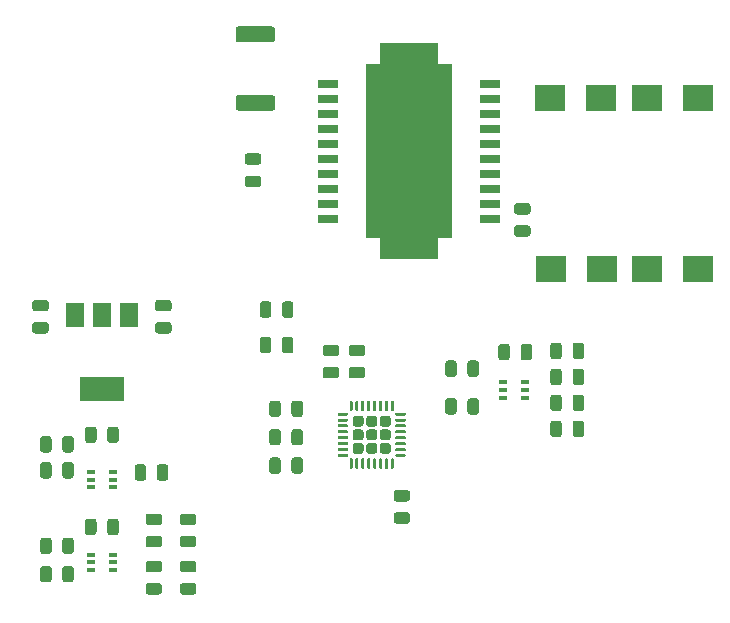
<source format=gbr>
%TF.GenerationSoftware,KiCad,Pcbnew,(5.1.6)-1*%
%TF.CreationDate,2021-10-22T00:30:08+09:00*%
%TF.ProjectId,Clutch_Ctrl_BD_Rev010,436c7574-6368-45f4-9374-726c5f42445f,rev?*%
%TF.SameCoordinates,PX5f5e100PY5f5e100*%
%TF.FileFunction,Paste,Top*%
%TF.FilePolarity,Positive*%
%FSLAX46Y46*%
G04 Gerber Fmt 4.6, Leading zero omitted, Abs format (unit mm)*
G04 Created by KiCad (PCBNEW (5.1.6)-1) date 2021-10-22 00:30:08*
%MOMM*%
%LPD*%
G01*
G04 APERTURE LIST*
%ADD10R,1.700000X0.700000*%
%ADD11R,7.400000X14.800000*%
%ADD12R,5.000000X2.000000*%
%ADD13R,0.650000X0.400000*%
%ADD14R,1.500000X2.000000*%
%ADD15R,3.800000X2.000000*%
%ADD16R,2.500000X2.300000*%
G04 APERTURE END LIST*
%TO.C,U2*%
G36*
G01*
X40535000Y14617500D02*
X40535000Y15082500D01*
G75*
G02*
X40767500Y15315000I232500J0D01*
G01*
X41232500Y15315000D01*
G75*
G02*
X41465000Y15082500I0J-232500D01*
G01*
X41465000Y14617500D01*
G75*
G02*
X41232500Y14385000I-232500J0D01*
G01*
X40767500Y14385000D01*
G75*
G02*
X40535000Y14617500I0J232500D01*
G01*
G37*
G36*
G01*
X40535000Y15767500D02*
X40535000Y16232500D01*
G75*
G02*
X40767500Y16465000I232500J0D01*
G01*
X41232500Y16465000D01*
G75*
G02*
X41465000Y16232500I0J-232500D01*
G01*
X41465000Y15767500D01*
G75*
G02*
X41232500Y15535000I-232500J0D01*
G01*
X40767500Y15535000D01*
G75*
G02*
X40535000Y15767500I0J232500D01*
G01*
G37*
G36*
G01*
X40535000Y16917500D02*
X40535000Y17382500D01*
G75*
G02*
X40767500Y17615000I232500J0D01*
G01*
X41232500Y17615000D01*
G75*
G02*
X41465000Y17382500I0J-232500D01*
G01*
X41465000Y16917500D01*
G75*
G02*
X41232500Y16685000I-232500J0D01*
G01*
X40767500Y16685000D01*
G75*
G02*
X40535000Y16917500I0J232500D01*
G01*
G37*
G36*
G01*
X39385000Y14617500D02*
X39385000Y15082500D01*
G75*
G02*
X39617500Y15315000I232500J0D01*
G01*
X40082500Y15315000D01*
G75*
G02*
X40315000Y15082500I0J-232500D01*
G01*
X40315000Y14617500D01*
G75*
G02*
X40082500Y14385000I-232500J0D01*
G01*
X39617500Y14385000D01*
G75*
G02*
X39385000Y14617500I0J232500D01*
G01*
G37*
G36*
G01*
X39385000Y15767500D02*
X39385000Y16232500D01*
G75*
G02*
X39617500Y16465000I232500J0D01*
G01*
X40082500Y16465000D01*
G75*
G02*
X40315000Y16232500I0J-232500D01*
G01*
X40315000Y15767500D01*
G75*
G02*
X40082500Y15535000I-232500J0D01*
G01*
X39617500Y15535000D01*
G75*
G02*
X39385000Y15767500I0J232500D01*
G01*
G37*
G36*
G01*
X39385000Y16917500D02*
X39385000Y17382500D01*
G75*
G02*
X39617500Y17615000I232500J0D01*
G01*
X40082500Y17615000D01*
G75*
G02*
X40315000Y17382500I0J-232500D01*
G01*
X40315000Y16917500D01*
G75*
G02*
X40082500Y16685000I-232500J0D01*
G01*
X39617500Y16685000D01*
G75*
G02*
X39385000Y16917500I0J232500D01*
G01*
G37*
G36*
G01*
X38235000Y14617500D02*
X38235000Y15082500D01*
G75*
G02*
X38467500Y15315000I232500J0D01*
G01*
X38932500Y15315000D01*
G75*
G02*
X39165000Y15082500I0J-232500D01*
G01*
X39165000Y14617500D01*
G75*
G02*
X38932500Y14385000I-232500J0D01*
G01*
X38467500Y14385000D01*
G75*
G02*
X38235000Y14617500I0J232500D01*
G01*
G37*
G36*
G01*
X38235000Y15767500D02*
X38235000Y16232500D01*
G75*
G02*
X38467500Y16465000I232500J0D01*
G01*
X38932500Y16465000D01*
G75*
G02*
X39165000Y16232500I0J-232500D01*
G01*
X39165000Y15767500D01*
G75*
G02*
X38932500Y15535000I-232500J0D01*
G01*
X38467500Y15535000D01*
G75*
G02*
X38235000Y15767500I0J232500D01*
G01*
G37*
G36*
G01*
X38235000Y16917500D02*
X38235000Y17382500D01*
G75*
G02*
X38467500Y17615000I232500J0D01*
G01*
X38932500Y17615000D01*
G75*
G02*
X39165000Y17382500I0J-232500D01*
G01*
X39165000Y16917500D01*
G75*
G02*
X38932500Y16685000I-232500J0D01*
G01*
X38467500Y16685000D01*
G75*
G02*
X38235000Y16917500I0J232500D01*
G01*
G37*
G36*
G01*
X37975000Y18062500D02*
X37975000Y18812500D01*
G75*
G02*
X38037500Y18875000I62500J0D01*
G01*
X38162500Y18875000D01*
G75*
G02*
X38225000Y18812500I0J-62500D01*
G01*
X38225000Y18062500D01*
G75*
G02*
X38162500Y18000000I-62500J0D01*
G01*
X38037500Y18000000D01*
G75*
G02*
X37975000Y18062500I0J62500D01*
G01*
G37*
G36*
G01*
X38475000Y18062500D02*
X38475000Y18812500D01*
G75*
G02*
X38537500Y18875000I62500J0D01*
G01*
X38662500Y18875000D01*
G75*
G02*
X38725000Y18812500I0J-62500D01*
G01*
X38725000Y18062500D01*
G75*
G02*
X38662500Y18000000I-62500J0D01*
G01*
X38537500Y18000000D01*
G75*
G02*
X38475000Y18062500I0J62500D01*
G01*
G37*
G36*
G01*
X38975000Y18062500D02*
X38975000Y18812500D01*
G75*
G02*
X39037500Y18875000I62500J0D01*
G01*
X39162500Y18875000D01*
G75*
G02*
X39225000Y18812500I0J-62500D01*
G01*
X39225000Y18062500D01*
G75*
G02*
X39162500Y18000000I-62500J0D01*
G01*
X39037500Y18000000D01*
G75*
G02*
X38975000Y18062500I0J62500D01*
G01*
G37*
G36*
G01*
X39475000Y18062500D02*
X39475000Y18812500D01*
G75*
G02*
X39537500Y18875000I62500J0D01*
G01*
X39662500Y18875000D01*
G75*
G02*
X39725000Y18812500I0J-62500D01*
G01*
X39725000Y18062500D01*
G75*
G02*
X39662500Y18000000I-62500J0D01*
G01*
X39537500Y18000000D01*
G75*
G02*
X39475000Y18062500I0J62500D01*
G01*
G37*
G36*
G01*
X39975000Y18062500D02*
X39975000Y18812500D01*
G75*
G02*
X40037500Y18875000I62500J0D01*
G01*
X40162500Y18875000D01*
G75*
G02*
X40225000Y18812500I0J-62500D01*
G01*
X40225000Y18062500D01*
G75*
G02*
X40162500Y18000000I-62500J0D01*
G01*
X40037500Y18000000D01*
G75*
G02*
X39975000Y18062500I0J62500D01*
G01*
G37*
G36*
G01*
X40475000Y18062500D02*
X40475000Y18812500D01*
G75*
G02*
X40537500Y18875000I62500J0D01*
G01*
X40662500Y18875000D01*
G75*
G02*
X40725000Y18812500I0J-62500D01*
G01*
X40725000Y18062500D01*
G75*
G02*
X40662500Y18000000I-62500J0D01*
G01*
X40537500Y18000000D01*
G75*
G02*
X40475000Y18062500I0J62500D01*
G01*
G37*
G36*
G01*
X40975000Y18062500D02*
X40975000Y18812500D01*
G75*
G02*
X41037500Y18875000I62500J0D01*
G01*
X41162500Y18875000D01*
G75*
G02*
X41225000Y18812500I0J-62500D01*
G01*
X41225000Y18062500D01*
G75*
G02*
X41162500Y18000000I-62500J0D01*
G01*
X41037500Y18000000D01*
G75*
G02*
X40975000Y18062500I0J62500D01*
G01*
G37*
G36*
G01*
X41475000Y18062500D02*
X41475000Y18812500D01*
G75*
G02*
X41537500Y18875000I62500J0D01*
G01*
X41662500Y18875000D01*
G75*
G02*
X41725000Y18812500I0J-62500D01*
G01*
X41725000Y18062500D01*
G75*
G02*
X41662500Y18000000I-62500J0D01*
G01*
X41537500Y18000000D01*
G75*
G02*
X41475000Y18062500I0J62500D01*
G01*
G37*
G36*
G01*
X41850000Y17687500D02*
X41850000Y17812500D01*
G75*
G02*
X41912500Y17875000I62500J0D01*
G01*
X42662500Y17875000D01*
G75*
G02*
X42725000Y17812500I0J-62500D01*
G01*
X42725000Y17687500D01*
G75*
G02*
X42662500Y17625000I-62500J0D01*
G01*
X41912500Y17625000D01*
G75*
G02*
X41850000Y17687500I0J62500D01*
G01*
G37*
G36*
G01*
X41850000Y17187500D02*
X41850000Y17312500D01*
G75*
G02*
X41912500Y17375000I62500J0D01*
G01*
X42662500Y17375000D01*
G75*
G02*
X42725000Y17312500I0J-62500D01*
G01*
X42725000Y17187500D01*
G75*
G02*
X42662500Y17125000I-62500J0D01*
G01*
X41912500Y17125000D01*
G75*
G02*
X41850000Y17187500I0J62500D01*
G01*
G37*
G36*
G01*
X41850000Y16687500D02*
X41850000Y16812500D01*
G75*
G02*
X41912500Y16875000I62500J0D01*
G01*
X42662500Y16875000D01*
G75*
G02*
X42725000Y16812500I0J-62500D01*
G01*
X42725000Y16687500D01*
G75*
G02*
X42662500Y16625000I-62500J0D01*
G01*
X41912500Y16625000D01*
G75*
G02*
X41850000Y16687500I0J62500D01*
G01*
G37*
G36*
G01*
X41850000Y16187500D02*
X41850000Y16312500D01*
G75*
G02*
X41912500Y16375000I62500J0D01*
G01*
X42662500Y16375000D01*
G75*
G02*
X42725000Y16312500I0J-62500D01*
G01*
X42725000Y16187500D01*
G75*
G02*
X42662500Y16125000I-62500J0D01*
G01*
X41912500Y16125000D01*
G75*
G02*
X41850000Y16187500I0J62500D01*
G01*
G37*
G36*
G01*
X41850000Y15687500D02*
X41850000Y15812500D01*
G75*
G02*
X41912500Y15875000I62500J0D01*
G01*
X42662500Y15875000D01*
G75*
G02*
X42725000Y15812500I0J-62500D01*
G01*
X42725000Y15687500D01*
G75*
G02*
X42662500Y15625000I-62500J0D01*
G01*
X41912500Y15625000D01*
G75*
G02*
X41850000Y15687500I0J62500D01*
G01*
G37*
G36*
G01*
X41850000Y15187500D02*
X41850000Y15312500D01*
G75*
G02*
X41912500Y15375000I62500J0D01*
G01*
X42662500Y15375000D01*
G75*
G02*
X42725000Y15312500I0J-62500D01*
G01*
X42725000Y15187500D01*
G75*
G02*
X42662500Y15125000I-62500J0D01*
G01*
X41912500Y15125000D01*
G75*
G02*
X41850000Y15187500I0J62500D01*
G01*
G37*
G36*
G01*
X41850000Y14687500D02*
X41850000Y14812500D01*
G75*
G02*
X41912500Y14875000I62500J0D01*
G01*
X42662500Y14875000D01*
G75*
G02*
X42725000Y14812500I0J-62500D01*
G01*
X42725000Y14687500D01*
G75*
G02*
X42662500Y14625000I-62500J0D01*
G01*
X41912500Y14625000D01*
G75*
G02*
X41850000Y14687500I0J62500D01*
G01*
G37*
G36*
G01*
X41850000Y14187500D02*
X41850000Y14312500D01*
G75*
G02*
X41912500Y14375000I62500J0D01*
G01*
X42662500Y14375000D01*
G75*
G02*
X42725000Y14312500I0J-62500D01*
G01*
X42725000Y14187500D01*
G75*
G02*
X42662500Y14125000I-62500J0D01*
G01*
X41912500Y14125000D01*
G75*
G02*
X41850000Y14187500I0J62500D01*
G01*
G37*
G36*
G01*
X41475000Y13187500D02*
X41475000Y13937500D01*
G75*
G02*
X41537500Y14000000I62500J0D01*
G01*
X41662500Y14000000D01*
G75*
G02*
X41725000Y13937500I0J-62500D01*
G01*
X41725000Y13187500D01*
G75*
G02*
X41662500Y13125000I-62500J0D01*
G01*
X41537500Y13125000D01*
G75*
G02*
X41475000Y13187500I0J62500D01*
G01*
G37*
G36*
G01*
X40975000Y13187500D02*
X40975000Y13937500D01*
G75*
G02*
X41037500Y14000000I62500J0D01*
G01*
X41162500Y14000000D01*
G75*
G02*
X41225000Y13937500I0J-62500D01*
G01*
X41225000Y13187500D01*
G75*
G02*
X41162500Y13125000I-62500J0D01*
G01*
X41037500Y13125000D01*
G75*
G02*
X40975000Y13187500I0J62500D01*
G01*
G37*
G36*
G01*
X40475000Y13187500D02*
X40475000Y13937500D01*
G75*
G02*
X40537500Y14000000I62500J0D01*
G01*
X40662500Y14000000D01*
G75*
G02*
X40725000Y13937500I0J-62500D01*
G01*
X40725000Y13187500D01*
G75*
G02*
X40662500Y13125000I-62500J0D01*
G01*
X40537500Y13125000D01*
G75*
G02*
X40475000Y13187500I0J62500D01*
G01*
G37*
G36*
G01*
X39975000Y13187500D02*
X39975000Y13937500D01*
G75*
G02*
X40037500Y14000000I62500J0D01*
G01*
X40162500Y14000000D01*
G75*
G02*
X40225000Y13937500I0J-62500D01*
G01*
X40225000Y13187500D01*
G75*
G02*
X40162500Y13125000I-62500J0D01*
G01*
X40037500Y13125000D01*
G75*
G02*
X39975000Y13187500I0J62500D01*
G01*
G37*
G36*
G01*
X39475000Y13187500D02*
X39475000Y13937500D01*
G75*
G02*
X39537500Y14000000I62500J0D01*
G01*
X39662500Y14000000D01*
G75*
G02*
X39725000Y13937500I0J-62500D01*
G01*
X39725000Y13187500D01*
G75*
G02*
X39662500Y13125000I-62500J0D01*
G01*
X39537500Y13125000D01*
G75*
G02*
X39475000Y13187500I0J62500D01*
G01*
G37*
G36*
G01*
X38975000Y13187500D02*
X38975000Y13937500D01*
G75*
G02*
X39037500Y14000000I62500J0D01*
G01*
X39162500Y14000000D01*
G75*
G02*
X39225000Y13937500I0J-62500D01*
G01*
X39225000Y13187500D01*
G75*
G02*
X39162500Y13125000I-62500J0D01*
G01*
X39037500Y13125000D01*
G75*
G02*
X38975000Y13187500I0J62500D01*
G01*
G37*
G36*
G01*
X38475000Y13187500D02*
X38475000Y13937500D01*
G75*
G02*
X38537500Y14000000I62500J0D01*
G01*
X38662500Y14000000D01*
G75*
G02*
X38725000Y13937500I0J-62500D01*
G01*
X38725000Y13187500D01*
G75*
G02*
X38662500Y13125000I-62500J0D01*
G01*
X38537500Y13125000D01*
G75*
G02*
X38475000Y13187500I0J62500D01*
G01*
G37*
G36*
G01*
X37975000Y13187500D02*
X37975000Y13937500D01*
G75*
G02*
X38037500Y14000000I62500J0D01*
G01*
X38162500Y14000000D01*
G75*
G02*
X38225000Y13937500I0J-62500D01*
G01*
X38225000Y13187500D01*
G75*
G02*
X38162500Y13125000I-62500J0D01*
G01*
X38037500Y13125000D01*
G75*
G02*
X37975000Y13187500I0J62500D01*
G01*
G37*
G36*
G01*
X36975000Y14187500D02*
X36975000Y14312500D01*
G75*
G02*
X37037500Y14375000I62500J0D01*
G01*
X37787500Y14375000D01*
G75*
G02*
X37850000Y14312500I0J-62500D01*
G01*
X37850000Y14187500D01*
G75*
G02*
X37787500Y14125000I-62500J0D01*
G01*
X37037500Y14125000D01*
G75*
G02*
X36975000Y14187500I0J62500D01*
G01*
G37*
G36*
G01*
X36975000Y14687500D02*
X36975000Y14812500D01*
G75*
G02*
X37037500Y14875000I62500J0D01*
G01*
X37787500Y14875000D01*
G75*
G02*
X37850000Y14812500I0J-62500D01*
G01*
X37850000Y14687500D01*
G75*
G02*
X37787500Y14625000I-62500J0D01*
G01*
X37037500Y14625000D01*
G75*
G02*
X36975000Y14687500I0J62500D01*
G01*
G37*
G36*
G01*
X36975000Y15187500D02*
X36975000Y15312500D01*
G75*
G02*
X37037500Y15375000I62500J0D01*
G01*
X37787500Y15375000D01*
G75*
G02*
X37850000Y15312500I0J-62500D01*
G01*
X37850000Y15187500D01*
G75*
G02*
X37787500Y15125000I-62500J0D01*
G01*
X37037500Y15125000D01*
G75*
G02*
X36975000Y15187500I0J62500D01*
G01*
G37*
G36*
G01*
X36975000Y15687500D02*
X36975000Y15812500D01*
G75*
G02*
X37037500Y15875000I62500J0D01*
G01*
X37787500Y15875000D01*
G75*
G02*
X37850000Y15812500I0J-62500D01*
G01*
X37850000Y15687500D01*
G75*
G02*
X37787500Y15625000I-62500J0D01*
G01*
X37037500Y15625000D01*
G75*
G02*
X36975000Y15687500I0J62500D01*
G01*
G37*
G36*
G01*
X36975000Y16187500D02*
X36975000Y16312500D01*
G75*
G02*
X37037500Y16375000I62500J0D01*
G01*
X37787500Y16375000D01*
G75*
G02*
X37850000Y16312500I0J-62500D01*
G01*
X37850000Y16187500D01*
G75*
G02*
X37787500Y16125000I-62500J0D01*
G01*
X37037500Y16125000D01*
G75*
G02*
X36975000Y16187500I0J62500D01*
G01*
G37*
G36*
G01*
X36975000Y16687500D02*
X36975000Y16812500D01*
G75*
G02*
X37037500Y16875000I62500J0D01*
G01*
X37787500Y16875000D01*
G75*
G02*
X37850000Y16812500I0J-62500D01*
G01*
X37850000Y16687500D01*
G75*
G02*
X37787500Y16625000I-62500J0D01*
G01*
X37037500Y16625000D01*
G75*
G02*
X36975000Y16687500I0J62500D01*
G01*
G37*
G36*
G01*
X36975000Y17187500D02*
X36975000Y17312500D01*
G75*
G02*
X37037500Y17375000I62500J0D01*
G01*
X37787500Y17375000D01*
G75*
G02*
X37850000Y17312500I0J-62500D01*
G01*
X37850000Y17187500D01*
G75*
G02*
X37787500Y17125000I-62500J0D01*
G01*
X37037500Y17125000D01*
G75*
G02*
X36975000Y17187500I0J62500D01*
G01*
G37*
G36*
G01*
X36975000Y17687500D02*
X36975000Y17812500D01*
G75*
G02*
X37037500Y17875000I62500J0D01*
G01*
X37787500Y17875000D01*
G75*
G02*
X37850000Y17812500I0J-62500D01*
G01*
X37850000Y17687500D01*
G75*
G02*
X37787500Y17625000I-62500J0D01*
G01*
X37037500Y17625000D01*
G75*
G02*
X36975000Y17687500I0J62500D01*
G01*
G37*
%TD*%
%TO.C,C17*%
G36*
G01*
X32150000Y13856250D02*
X32150000Y12943750D01*
G75*
G02*
X31906250Y12700000I-243750J0D01*
G01*
X31418750Y12700000D01*
G75*
G02*
X31175000Y12943750I0J243750D01*
G01*
X31175000Y13856250D01*
G75*
G02*
X31418750Y14100000I243750J0D01*
G01*
X31906250Y14100000D01*
G75*
G02*
X32150000Y13856250I0J-243750D01*
G01*
G37*
G36*
G01*
X34025000Y13856250D02*
X34025000Y12943750D01*
G75*
G02*
X33781250Y12700000I-243750J0D01*
G01*
X33293750Y12700000D01*
G75*
G02*
X33050000Y12943750I0J243750D01*
G01*
X33050000Y13856250D01*
G75*
G02*
X33293750Y14100000I243750J0D01*
G01*
X33781250Y14100000D01*
G75*
G02*
X34025000Y13856250I0J-243750D01*
G01*
G37*
%TD*%
D10*
%TO.C,U3*%
X36150000Y45715000D03*
D11*
X43000000Y40000000D03*
D10*
X36150000Y44445000D03*
X36150000Y43175000D03*
X36150000Y41905000D03*
X36150000Y40635000D03*
X36150000Y39365000D03*
X36150000Y38095000D03*
X36150000Y36825000D03*
X36150000Y35555000D03*
X36150000Y34285000D03*
X49850000Y34285000D03*
X49850000Y35555000D03*
X49850000Y36825000D03*
X49850000Y38095000D03*
X49850000Y39365000D03*
X49850000Y40635000D03*
X49850000Y41905000D03*
X49850000Y43175000D03*
X49850000Y44445000D03*
X49850000Y45715000D03*
D12*
X43000000Y48125000D03*
X43000000Y31875000D03*
%TD*%
D13*
%TO.C,U6*%
X17950000Y12850000D03*
X17950000Y11550000D03*
X16050000Y12200000D03*
X17950000Y12200000D03*
X16050000Y11550000D03*
X16050000Y12850000D03*
%TD*%
%TO.C,U5*%
X16050000Y4550000D03*
X16050000Y5850000D03*
X17950000Y5200000D03*
X16050000Y5200000D03*
X17950000Y5850000D03*
X17950000Y4550000D03*
%TD*%
%TO.C,U4*%
X50950000Y19150000D03*
X50950000Y20450000D03*
X52850000Y19800000D03*
X50950000Y19800000D03*
X52850000Y20450000D03*
X52850000Y19150000D03*
%TD*%
D14*
%TO.C,U1*%
X19300000Y26150000D03*
X14700000Y26150000D03*
X17000000Y26150000D03*
D15*
X17000000Y19850000D03*
%TD*%
%TO.C,R17*%
G36*
G01*
X20750000Y13256250D02*
X20750000Y12343750D01*
G75*
G02*
X20506250Y12100000I-243750J0D01*
G01*
X20018750Y12100000D01*
G75*
G02*
X19775000Y12343750I0J243750D01*
G01*
X19775000Y13256250D01*
G75*
G02*
X20018750Y13500000I243750J0D01*
G01*
X20506250Y13500000D01*
G75*
G02*
X20750000Y13256250I0J-243750D01*
G01*
G37*
G36*
G01*
X22625000Y13256250D02*
X22625000Y12343750D01*
G75*
G02*
X22381250Y12100000I-243750J0D01*
G01*
X21893750Y12100000D01*
G75*
G02*
X21650000Y12343750I0J243750D01*
G01*
X21650000Y13256250D01*
G75*
G02*
X21893750Y13500000I243750J0D01*
G01*
X22381250Y13500000D01*
G75*
G02*
X22625000Y13256250I0J-243750D01*
G01*
G37*
%TD*%
%TO.C,R16*%
G36*
G01*
X13650000Y14743750D02*
X13650000Y15656250D01*
G75*
G02*
X13893750Y15900000I243750J0D01*
G01*
X14381250Y15900000D01*
G75*
G02*
X14625000Y15656250I0J-243750D01*
G01*
X14625000Y14743750D01*
G75*
G02*
X14381250Y14500000I-243750J0D01*
G01*
X13893750Y14500000D01*
G75*
G02*
X13650000Y14743750I0J243750D01*
G01*
G37*
G36*
G01*
X11775000Y14743750D02*
X11775000Y15656250D01*
G75*
G02*
X12018750Y15900000I243750J0D01*
G01*
X12506250Y15900000D01*
G75*
G02*
X12750000Y15656250I0J-243750D01*
G01*
X12750000Y14743750D01*
G75*
G02*
X12506250Y14500000I-243750J0D01*
G01*
X12018750Y14500000D01*
G75*
G02*
X11775000Y14743750I0J243750D01*
G01*
G37*
%TD*%
%TO.C,R15*%
G36*
G01*
X13650000Y3743750D02*
X13650000Y4656250D01*
G75*
G02*
X13893750Y4900000I243750J0D01*
G01*
X14381250Y4900000D01*
G75*
G02*
X14625000Y4656250I0J-243750D01*
G01*
X14625000Y3743750D01*
G75*
G02*
X14381250Y3500000I-243750J0D01*
G01*
X13893750Y3500000D01*
G75*
G02*
X13650000Y3743750I0J243750D01*
G01*
G37*
G36*
G01*
X11775000Y3743750D02*
X11775000Y4656250D01*
G75*
G02*
X12018750Y4900000I243750J0D01*
G01*
X12506250Y4900000D01*
G75*
G02*
X12750000Y4656250I0J-243750D01*
G01*
X12750000Y3743750D01*
G75*
G02*
X12506250Y3500000I-243750J0D01*
G01*
X12018750Y3500000D01*
G75*
G02*
X11775000Y3743750I0J243750D01*
G01*
G37*
%TD*%
%TO.C,R14*%
G36*
G01*
X13650000Y6143750D02*
X13650000Y7056250D01*
G75*
G02*
X13893750Y7300000I243750J0D01*
G01*
X14381250Y7300000D01*
G75*
G02*
X14625000Y7056250I0J-243750D01*
G01*
X14625000Y6143750D01*
G75*
G02*
X14381250Y5900000I-243750J0D01*
G01*
X13893750Y5900000D01*
G75*
G02*
X13650000Y6143750I0J243750D01*
G01*
G37*
G36*
G01*
X11775000Y6143750D02*
X11775000Y7056250D01*
G75*
G02*
X12018750Y7300000I243750J0D01*
G01*
X12506250Y7300000D01*
G75*
G02*
X12750000Y7056250I0J-243750D01*
G01*
X12750000Y6143750D01*
G75*
G02*
X12506250Y5900000I-243750J0D01*
G01*
X12018750Y5900000D01*
G75*
G02*
X11775000Y6143750I0J243750D01*
G01*
G37*
%TD*%
%TO.C,R13*%
G36*
G01*
X55950000Y16956250D02*
X55950000Y16043750D01*
G75*
G02*
X55706250Y15800000I-243750J0D01*
G01*
X55218750Y15800000D01*
G75*
G02*
X54975000Y16043750I0J243750D01*
G01*
X54975000Y16956250D01*
G75*
G02*
X55218750Y17200000I243750J0D01*
G01*
X55706250Y17200000D01*
G75*
G02*
X55950000Y16956250I0J-243750D01*
G01*
G37*
G36*
G01*
X57825000Y16956250D02*
X57825000Y16043750D01*
G75*
G02*
X57581250Y15800000I-243750J0D01*
G01*
X57093750Y15800000D01*
G75*
G02*
X56850000Y16043750I0J243750D01*
G01*
X56850000Y16956250D01*
G75*
G02*
X57093750Y17200000I243750J0D01*
G01*
X57581250Y17200000D01*
G75*
G02*
X57825000Y16956250I0J-243750D01*
G01*
G37*
%TD*%
%TO.C,R12*%
G36*
G01*
X55950000Y21356250D02*
X55950000Y20443750D01*
G75*
G02*
X55706250Y20200000I-243750J0D01*
G01*
X55218750Y20200000D01*
G75*
G02*
X54975000Y20443750I0J243750D01*
G01*
X54975000Y21356250D01*
G75*
G02*
X55218750Y21600000I243750J0D01*
G01*
X55706250Y21600000D01*
G75*
G02*
X55950000Y21356250I0J-243750D01*
G01*
G37*
G36*
G01*
X57825000Y21356250D02*
X57825000Y20443750D01*
G75*
G02*
X57581250Y20200000I-243750J0D01*
G01*
X57093750Y20200000D01*
G75*
G02*
X56850000Y20443750I0J243750D01*
G01*
X56850000Y21356250D01*
G75*
G02*
X57093750Y21600000I243750J0D01*
G01*
X57581250Y21600000D01*
G75*
G02*
X57825000Y21356250I0J-243750D01*
G01*
G37*
%TD*%
%TO.C,R11*%
G36*
G01*
X47950000Y21143750D02*
X47950000Y22056250D01*
G75*
G02*
X48193750Y22300000I243750J0D01*
G01*
X48681250Y22300000D01*
G75*
G02*
X48925000Y22056250I0J-243750D01*
G01*
X48925000Y21143750D01*
G75*
G02*
X48681250Y20900000I-243750J0D01*
G01*
X48193750Y20900000D01*
G75*
G02*
X47950000Y21143750I0J243750D01*
G01*
G37*
G36*
G01*
X46075000Y21143750D02*
X46075000Y22056250D01*
G75*
G02*
X46318750Y22300000I243750J0D01*
G01*
X46806250Y22300000D01*
G75*
G02*
X47050000Y22056250I0J-243750D01*
G01*
X47050000Y21143750D01*
G75*
G02*
X46806250Y20900000I-243750J0D01*
G01*
X46318750Y20900000D01*
G75*
G02*
X46075000Y21143750I0J243750D01*
G01*
G37*
%TD*%
%TO.C,R10*%
G36*
G01*
X47950000Y17943750D02*
X47950000Y18856250D01*
G75*
G02*
X48193750Y19100000I243750J0D01*
G01*
X48681250Y19100000D01*
G75*
G02*
X48925000Y18856250I0J-243750D01*
G01*
X48925000Y17943750D01*
G75*
G02*
X48681250Y17700000I-243750J0D01*
G01*
X48193750Y17700000D01*
G75*
G02*
X47950000Y17943750I0J243750D01*
G01*
G37*
G36*
G01*
X46075000Y17943750D02*
X46075000Y18856250D01*
G75*
G02*
X46318750Y19100000I243750J0D01*
G01*
X46806250Y19100000D01*
G75*
G02*
X47050000Y18856250I0J-243750D01*
G01*
X47050000Y17943750D01*
G75*
G02*
X46806250Y17700000I-243750J0D01*
G01*
X46318750Y17700000D01*
G75*
G02*
X46075000Y17943750I0J243750D01*
G01*
G37*
%TD*%
%TO.C,R9*%
G36*
G01*
X31425001Y49225000D02*
X28574999Y49225000D01*
G75*
G02*
X28325000Y49474999I0J249999D01*
G01*
X28325000Y50325001D01*
G75*
G02*
X28574999Y50575000I249999J0D01*
G01*
X31425001Y50575000D01*
G75*
G02*
X31675000Y50325001I0J-249999D01*
G01*
X31675000Y49474999D01*
G75*
G02*
X31425001Y49225000I-249999J0D01*
G01*
G37*
G36*
G01*
X31425001Y43425000D02*
X28574999Y43425000D01*
G75*
G02*
X28325000Y43674999I0J249999D01*
G01*
X28325000Y44525001D01*
G75*
G02*
X28574999Y44775000I249999J0D01*
G01*
X31425001Y44775000D01*
G75*
G02*
X31675000Y44525001I0J-249999D01*
G01*
X31675000Y43674999D01*
G75*
G02*
X31425001Y43425000I-249999J0D01*
G01*
G37*
%TD*%
%TO.C,R8*%
G36*
G01*
X31350000Y27056250D02*
X31350000Y26143750D01*
G75*
G02*
X31106250Y25900000I-243750J0D01*
G01*
X30618750Y25900000D01*
G75*
G02*
X30375000Y26143750I0J243750D01*
G01*
X30375000Y27056250D01*
G75*
G02*
X30618750Y27300000I243750J0D01*
G01*
X31106250Y27300000D01*
G75*
G02*
X31350000Y27056250I0J-243750D01*
G01*
G37*
G36*
G01*
X33225000Y27056250D02*
X33225000Y26143750D01*
G75*
G02*
X32981250Y25900000I-243750J0D01*
G01*
X32493750Y25900000D01*
G75*
G02*
X32250000Y26143750I0J243750D01*
G01*
X32250000Y27056250D01*
G75*
G02*
X32493750Y27300000I243750J0D01*
G01*
X32981250Y27300000D01*
G75*
G02*
X33225000Y27056250I0J-243750D01*
G01*
G37*
%TD*%
%TO.C,R4*%
G36*
G01*
X39056250Y22650000D02*
X38143750Y22650000D01*
G75*
G02*
X37900000Y22893750I0J243750D01*
G01*
X37900000Y23381250D01*
G75*
G02*
X38143750Y23625000I243750J0D01*
G01*
X39056250Y23625000D01*
G75*
G02*
X39300000Y23381250I0J-243750D01*
G01*
X39300000Y22893750D01*
G75*
G02*
X39056250Y22650000I-243750J0D01*
G01*
G37*
G36*
G01*
X39056250Y20775000D02*
X38143750Y20775000D01*
G75*
G02*
X37900000Y21018750I0J243750D01*
G01*
X37900000Y21506250D01*
G75*
G02*
X38143750Y21750000I243750J0D01*
G01*
X39056250Y21750000D01*
G75*
G02*
X39300000Y21506250I0J-243750D01*
G01*
X39300000Y21018750D01*
G75*
G02*
X39056250Y20775000I-243750J0D01*
G01*
G37*
%TD*%
%TO.C,R3*%
G36*
G01*
X32150000Y18656250D02*
X32150000Y17743750D01*
G75*
G02*
X31906250Y17500000I-243750J0D01*
G01*
X31418750Y17500000D01*
G75*
G02*
X31175000Y17743750I0J243750D01*
G01*
X31175000Y18656250D01*
G75*
G02*
X31418750Y18900000I243750J0D01*
G01*
X31906250Y18900000D01*
G75*
G02*
X32150000Y18656250I0J-243750D01*
G01*
G37*
G36*
G01*
X34025000Y18656250D02*
X34025000Y17743750D01*
G75*
G02*
X33781250Y17500000I-243750J0D01*
G01*
X33293750Y17500000D01*
G75*
G02*
X33050000Y17743750I0J243750D01*
G01*
X33050000Y18656250D01*
G75*
G02*
X33293750Y18900000I243750J0D01*
G01*
X33781250Y18900000D01*
G75*
G02*
X34025000Y18656250I0J-243750D01*
G01*
G37*
%TD*%
%TO.C,R2*%
G36*
G01*
X20943750Y7450000D02*
X21856250Y7450000D01*
G75*
G02*
X22100000Y7206250I0J-243750D01*
G01*
X22100000Y6718750D01*
G75*
G02*
X21856250Y6475000I-243750J0D01*
G01*
X20943750Y6475000D01*
G75*
G02*
X20700000Y6718750I0J243750D01*
G01*
X20700000Y7206250D01*
G75*
G02*
X20943750Y7450000I243750J0D01*
G01*
G37*
G36*
G01*
X20943750Y9325000D02*
X21856250Y9325000D01*
G75*
G02*
X22100000Y9081250I0J-243750D01*
G01*
X22100000Y8593750D01*
G75*
G02*
X21856250Y8350000I-243750J0D01*
G01*
X20943750Y8350000D01*
G75*
G02*
X20700000Y8593750I0J243750D01*
G01*
X20700000Y9081250D01*
G75*
G02*
X20943750Y9325000I243750J0D01*
G01*
G37*
%TD*%
%TO.C,R1*%
G36*
G01*
X23843750Y7450000D02*
X24756250Y7450000D01*
G75*
G02*
X25000000Y7206250I0J-243750D01*
G01*
X25000000Y6718750D01*
G75*
G02*
X24756250Y6475000I-243750J0D01*
G01*
X23843750Y6475000D01*
G75*
G02*
X23600000Y6718750I0J243750D01*
G01*
X23600000Y7206250D01*
G75*
G02*
X23843750Y7450000I243750J0D01*
G01*
G37*
G36*
G01*
X23843750Y9325000D02*
X24756250Y9325000D01*
G75*
G02*
X25000000Y9081250I0J-243750D01*
G01*
X25000000Y8593750D01*
G75*
G02*
X24756250Y8350000I-243750J0D01*
G01*
X23843750Y8350000D01*
G75*
G02*
X23600000Y8593750I0J243750D01*
G01*
X23600000Y9081250D01*
G75*
G02*
X23843750Y9325000I243750J0D01*
G01*
G37*
%TD*%
D16*
%TO.C,D6*%
X67450000Y30000000D03*
X63150000Y30000000D03*
%TD*%
%TO.C,D5*%
X59350000Y30000000D03*
X55050000Y30000000D03*
%TD*%
%TO.C,D4*%
X67450000Y44500000D03*
X63150000Y44500000D03*
%TD*%
%TO.C,D3*%
X59250000Y44500000D03*
X54950000Y44500000D03*
%TD*%
%TO.C,D2*%
G36*
G01*
X21856250Y4350000D02*
X20943750Y4350000D01*
G75*
G02*
X20700000Y4593750I0J243750D01*
G01*
X20700000Y5081250D01*
G75*
G02*
X20943750Y5325000I243750J0D01*
G01*
X21856250Y5325000D01*
G75*
G02*
X22100000Y5081250I0J-243750D01*
G01*
X22100000Y4593750D01*
G75*
G02*
X21856250Y4350000I-243750J0D01*
G01*
G37*
G36*
G01*
X21856250Y2475000D02*
X20943750Y2475000D01*
G75*
G02*
X20700000Y2718750I0J243750D01*
G01*
X20700000Y3206250D01*
G75*
G02*
X20943750Y3450000I243750J0D01*
G01*
X21856250Y3450000D01*
G75*
G02*
X22100000Y3206250I0J-243750D01*
G01*
X22100000Y2718750D01*
G75*
G02*
X21856250Y2475000I-243750J0D01*
G01*
G37*
%TD*%
%TO.C,D1*%
G36*
G01*
X24756250Y4350000D02*
X23843750Y4350000D01*
G75*
G02*
X23600000Y4593750I0J243750D01*
G01*
X23600000Y5081250D01*
G75*
G02*
X23843750Y5325000I243750J0D01*
G01*
X24756250Y5325000D01*
G75*
G02*
X25000000Y5081250I0J-243750D01*
G01*
X25000000Y4593750D01*
G75*
G02*
X24756250Y4350000I-243750J0D01*
G01*
G37*
G36*
G01*
X24756250Y2475000D02*
X23843750Y2475000D01*
G75*
G02*
X23600000Y2718750I0J243750D01*
G01*
X23600000Y3206250D01*
G75*
G02*
X23843750Y3450000I243750J0D01*
G01*
X24756250Y3450000D01*
G75*
G02*
X25000000Y3206250I0J-243750D01*
G01*
X25000000Y2718750D01*
G75*
G02*
X24756250Y2475000I-243750J0D01*
G01*
G37*
%TD*%
%TO.C,C16*%
G36*
G01*
X16550000Y16456250D02*
X16550000Y15543750D01*
G75*
G02*
X16306250Y15300000I-243750J0D01*
G01*
X15818750Y15300000D01*
G75*
G02*
X15575000Y15543750I0J243750D01*
G01*
X15575000Y16456250D01*
G75*
G02*
X15818750Y16700000I243750J0D01*
G01*
X16306250Y16700000D01*
G75*
G02*
X16550000Y16456250I0J-243750D01*
G01*
G37*
G36*
G01*
X18425000Y16456250D02*
X18425000Y15543750D01*
G75*
G02*
X18181250Y15300000I-243750J0D01*
G01*
X17693750Y15300000D01*
G75*
G02*
X17450000Y15543750I0J243750D01*
G01*
X17450000Y16456250D01*
G75*
G02*
X17693750Y16700000I243750J0D01*
G01*
X18181250Y16700000D01*
G75*
G02*
X18425000Y16456250I0J-243750D01*
G01*
G37*
%TD*%
%TO.C,C15*%
G36*
G01*
X12750000Y13456250D02*
X12750000Y12543750D01*
G75*
G02*
X12506250Y12300000I-243750J0D01*
G01*
X12018750Y12300000D01*
G75*
G02*
X11775000Y12543750I0J243750D01*
G01*
X11775000Y13456250D01*
G75*
G02*
X12018750Y13700000I243750J0D01*
G01*
X12506250Y13700000D01*
G75*
G02*
X12750000Y13456250I0J-243750D01*
G01*
G37*
G36*
G01*
X14625000Y13456250D02*
X14625000Y12543750D01*
G75*
G02*
X14381250Y12300000I-243750J0D01*
G01*
X13893750Y12300000D01*
G75*
G02*
X13650000Y12543750I0J243750D01*
G01*
X13650000Y13456250D01*
G75*
G02*
X13893750Y13700000I243750J0D01*
G01*
X14381250Y13700000D01*
G75*
G02*
X14625000Y13456250I0J-243750D01*
G01*
G37*
%TD*%
%TO.C,C14*%
G36*
G01*
X17450000Y7743750D02*
X17450000Y8656250D01*
G75*
G02*
X17693750Y8900000I243750J0D01*
G01*
X18181250Y8900000D01*
G75*
G02*
X18425000Y8656250I0J-243750D01*
G01*
X18425000Y7743750D01*
G75*
G02*
X18181250Y7500000I-243750J0D01*
G01*
X17693750Y7500000D01*
G75*
G02*
X17450000Y7743750I0J243750D01*
G01*
G37*
G36*
G01*
X15575000Y7743750D02*
X15575000Y8656250D01*
G75*
G02*
X15818750Y8900000I243750J0D01*
G01*
X16306250Y8900000D01*
G75*
G02*
X16550000Y8656250I0J-243750D01*
G01*
X16550000Y7743750D01*
G75*
G02*
X16306250Y7500000I-243750J0D01*
G01*
X15818750Y7500000D01*
G75*
G02*
X15575000Y7743750I0J243750D01*
G01*
G37*
%TD*%
%TO.C,C13*%
G36*
G01*
X52450000Y22543750D02*
X52450000Y23456250D01*
G75*
G02*
X52693750Y23700000I243750J0D01*
G01*
X53181250Y23700000D01*
G75*
G02*
X53425000Y23456250I0J-243750D01*
G01*
X53425000Y22543750D01*
G75*
G02*
X53181250Y22300000I-243750J0D01*
G01*
X52693750Y22300000D01*
G75*
G02*
X52450000Y22543750I0J243750D01*
G01*
G37*
G36*
G01*
X50575000Y22543750D02*
X50575000Y23456250D01*
G75*
G02*
X50818750Y23700000I243750J0D01*
G01*
X51306250Y23700000D01*
G75*
G02*
X51550000Y23456250I0J-243750D01*
G01*
X51550000Y22543750D01*
G75*
G02*
X51306250Y22300000I-243750J0D01*
G01*
X50818750Y22300000D01*
G75*
G02*
X50575000Y22543750I0J243750D01*
G01*
G37*
%TD*%
%TO.C,C12*%
G36*
G01*
X56850000Y18243750D02*
X56850000Y19156250D01*
G75*
G02*
X57093750Y19400000I243750J0D01*
G01*
X57581250Y19400000D01*
G75*
G02*
X57825000Y19156250I0J-243750D01*
G01*
X57825000Y18243750D01*
G75*
G02*
X57581250Y18000000I-243750J0D01*
G01*
X57093750Y18000000D01*
G75*
G02*
X56850000Y18243750I0J243750D01*
G01*
G37*
G36*
G01*
X54975000Y18243750D02*
X54975000Y19156250D01*
G75*
G02*
X55218750Y19400000I243750J0D01*
G01*
X55706250Y19400000D01*
G75*
G02*
X55950000Y19156250I0J-243750D01*
G01*
X55950000Y18243750D01*
G75*
G02*
X55706250Y18000000I-243750J0D01*
G01*
X55218750Y18000000D01*
G75*
G02*
X54975000Y18243750I0J243750D01*
G01*
G37*
%TD*%
%TO.C,C11*%
G36*
G01*
X56850000Y22643750D02*
X56850000Y23556250D01*
G75*
G02*
X57093750Y23800000I243750J0D01*
G01*
X57581250Y23800000D01*
G75*
G02*
X57825000Y23556250I0J-243750D01*
G01*
X57825000Y22643750D01*
G75*
G02*
X57581250Y22400000I-243750J0D01*
G01*
X57093750Y22400000D01*
G75*
G02*
X56850000Y22643750I0J243750D01*
G01*
G37*
G36*
G01*
X54975000Y22643750D02*
X54975000Y23556250D01*
G75*
G02*
X55218750Y23800000I243750J0D01*
G01*
X55706250Y23800000D01*
G75*
G02*
X55950000Y23556250I0J-243750D01*
G01*
X55950000Y22643750D01*
G75*
G02*
X55706250Y22400000I-243750J0D01*
G01*
X55218750Y22400000D01*
G75*
G02*
X54975000Y22643750I0J243750D01*
G01*
G37*
%TD*%
%TO.C,C8*%
G36*
G01*
X29343750Y37950000D02*
X30256250Y37950000D01*
G75*
G02*
X30500000Y37706250I0J-243750D01*
G01*
X30500000Y37218750D01*
G75*
G02*
X30256250Y36975000I-243750J0D01*
G01*
X29343750Y36975000D01*
G75*
G02*
X29100000Y37218750I0J243750D01*
G01*
X29100000Y37706250D01*
G75*
G02*
X29343750Y37950000I243750J0D01*
G01*
G37*
G36*
G01*
X29343750Y39825000D02*
X30256250Y39825000D01*
G75*
G02*
X30500000Y39581250I0J-243750D01*
G01*
X30500000Y39093750D01*
G75*
G02*
X30256250Y38850000I-243750J0D01*
G01*
X29343750Y38850000D01*
G75*
G02*
X29100000Y39093750I0J243750D01*
G01*
X29100000Y39581250D01*
G75*
G02*
X29343750Y39825000I243750J0D01*
G01*
G37*
%TD*%
%TO.C,C7*%
G36*
G01*
X52143750Y33750000D02*
X53056250Y33750000D01*
G75*
G02*
X53300000Y33506250I0J-243750D01*
G01*
X53300000Y33018750D01*
G75*
G02*
X53056250Y32775000I-243750J0D01*
G01*
X52143750Y32775000D01*
G75*
G02*
X51900000Y33018750I0J243750D01*
G01*
X51900000Y33506250D01*
G75*
G02*
X52143750Y33750000I243750J0D01*
G01*
G37*
G36*
G01*
X52143750Y35625000D02*
X53056250Y35625000D01*
G75*
G02*
X53300000Y35381250I0J-243750D01*
G01*
X53300000Y34893750D01*
G75*
G02*
X53056250Y34650000I-243750J0D01*
G01*
X52143750Y34650000D01*
G75*
G02*
X51900000Y34893750I0J243750D01*
G01*
X51900000Y35381250D01*
G75*
G02*
X52143750Y35625000I243750J0D01*
G01*
G37*
%TD*%
%TO.C,C6*%
G36*
G01*
X31350000Y24056250D02*
X31350000Y23143750D01*
G75*
G02*
X31106250Y22900000I-243750J0D01*
G01*
X30618750Y22900000D01*
G75*
G02*
X30375000Y23143750I0J243750D01*
G01*
X30375000Y24056250D01*
G75*
G02*
X30618750Y24300000I243750J0D01*
G01*
X31106250Y24300000D01*
G75*
G02*
X31350000Y24056250I0J-243750D01*
G01*
G37*
G36*
G01*
X33225000Y24056250D02*
X33225000Y23143750D01*
G75*
G02*
X32981250Y22900000I-243750J0D01*
G01*
X32493750Y22900000D01*
G75*
G02*
X32250000Y23143750I0J243750D01*
G01*
X32250000Y24056250D01*
G75*
G02*
X32493750Y24300000I243750J0D01*
G01*
X32981250Y24300000D01*
G75*
G02*
X33225000Y24056250I0J-243750D01*
G01*
G37*
%TD*%
%TO.C,C5*%
G36*
G01*
X41943750Y9450000D02*
X42856250Y9450000D01*
G75*
G02*
X43100000Y9206250I0J-243750D01*
G01*
X43100000Y8718750D01*
G75*
G02*
X42856250Y8475000I-243750J0D01*
G01*
X41943750Y8475000D01*
G75*
G02*
X41700000Y8718750I0J243750D01*
G01*
X41700000Y9206250D01*
G75*
G02*
X41943750Y9450000I243750J0D01*
G01*
G37*
G36*
G01*
X41943750Y11325000D02*
X42856250Y11325000D01*
G75*
G02*
X43100000Y11081250I0J-243750D01*
G01*
X43100000Y10593750D01*
G75*
G02*
X42856250Y10350000I-243750J0D01*
G01*
X41943750Y10350000D01*
G75*
G02*
X41700000Y10593750I0J243750D01*
G01*
X41700000Y11081250D01*
G75*
G02*
X41943750Y11325000I243750J0D01*
G01*
G37*
%TD*%
%TO.C,C4*%
G36*
G01*
X36856250Y22650000D02*
X35943750Y22650000D01*
G75*
G02*
X35700000Y22893750I0J243750D01*
G01*
X35700000Y23381250D01*
G75*
G02*
X35943750Y23625000I243750J0D01*
G01*
X36856250Y23625000D01*
G75*
G02*
X37100000Y23381250I0J-243750D01*
G01*
X37100000Y22893750D01*
G75*
G02*
X36856250Y22650000I-243750J0D01*
G01*
G37*
G36*
G01*
X36856250Y20775000D02*
X35943750Y20775000D01*
G75*
G02*
X35700000Y21018750I0J243750D01*
G01*
X35700000Y21506250D01*
G75*
G02*
X35943750Y21750000I243750J0D01*
G01*
X36856250Y21750000D01*
G75*
G02*
X37100000Y21506250I0J-243750D01*
G01*
X37100000Y21018750D01*
G75*
G02*
X36856250Y20775000I-243750J0D01*
G01*
G37*
%TD*%
%TO.C,C3*%
G36*
G01*
X32150000Y16256250D02*
X32150000Y15343750D01*
G75*
G02*
X31906250Y15100000I-243750J0D01*
G01*
X31418750Y15100000D01*
G75*
G02*
X31175000Y15343750I0J243750D01*
G01*
X31175000Y16256250D01*
G75*
G02*
X31418750Y16500000I243750J0D01*
G01*
X31906250Y16500000D01*
G75*
G02*
X32150000Y16256250I0J-243750D01*
G01*
G37*
G36*
G01*
X34025000Y16256250D02*
X34025000Y15343750D01*
G75*
G02*
X33781250Y15100000I-243750J0D01*
G01*
X33293750Y15100000D01*
G75*
G02*
X33050000Y15343750I0J243750D01*
G01*
X33050000Y16256250D01*
G75*
G02*
X33293750Y16500000I243750J0D01*
G01*
X33781250Y16500000D01*
G75*
G02*
X34025000Y16256250I0J-243750D01*
G01*
G37*
%TD*%
%TO.C,C2*%
G36*
G01*
X22656250Y26450000D02*
X21743750Y26450000D01*
G75*
G02*
X21500000Y26693750I0J243750D01*
G01*
X21500000Y27181250D01*
G75*
G02*
X21743750Y27425000I243750J0D01*
G01*
X22656250Y27425000D01*
G75*
G02*
X22900000Y27181250I0J-243750D01*
G01*
X22900000Y26693750D01*
G75*
G02*
X22656250Y26450000I-243750J0D01*
G01*
G37*
G36*
G01*
X22656250Y24575000D02*
X21743750Y24575000D01*
G75*
G02*
X21500000Y24818750I0J243750D01*
G01*
X21500000Y25306250D01*
G75*
G02*
X21743750Y25550000I243750J0D01*
G01*
X22656250Y25550000D01*
G75*
G02*
X22900000Y25306250I0J-243750D01*
G01*
X22900000Y24818750D01*
G75*
G02*
X22656250Y24575000I-243750J0D01*
G01*
G37*
%TD*%
%TO.C,C1*%
G36*
G01*
X12256250Y26450000D02*
X11343750Y26450000D01*
G75*
G02*
X11100000Y26693750I0J243750D01*
G01*
X11100000Y27181250D01*
G75*
G02*
X11343750Y27425000I243750J0D01*
G01*
X12256250Y27425000D01*
G75*
G02*
X12500000Y27181250I0J-243750D01*
G01*
X12500000Y26693750D01*
G75*
G02*
X12256250Y26450000I-243750J0D01*
G01*
G37*
G36*
G01*
X12256250Y24575000D02*
X11343750Y24575000D01*
G75*
G02*
X11100000Y24818750I0J243750D01*
G01*
X11100000Y25306250D01*
G75*
G02*
X11343750Y25550000I243750J0D01*
G01*
X12256250Y25550000D01*
G75*
G02*
X12500000Y25306250I0J-243750D01*
G01*
X12500000Y24818750D01*
G75*
G02*
X12256250Y24575000I-243750J0D01*
G01*
G37*
%TD*%
M02*

</source>
